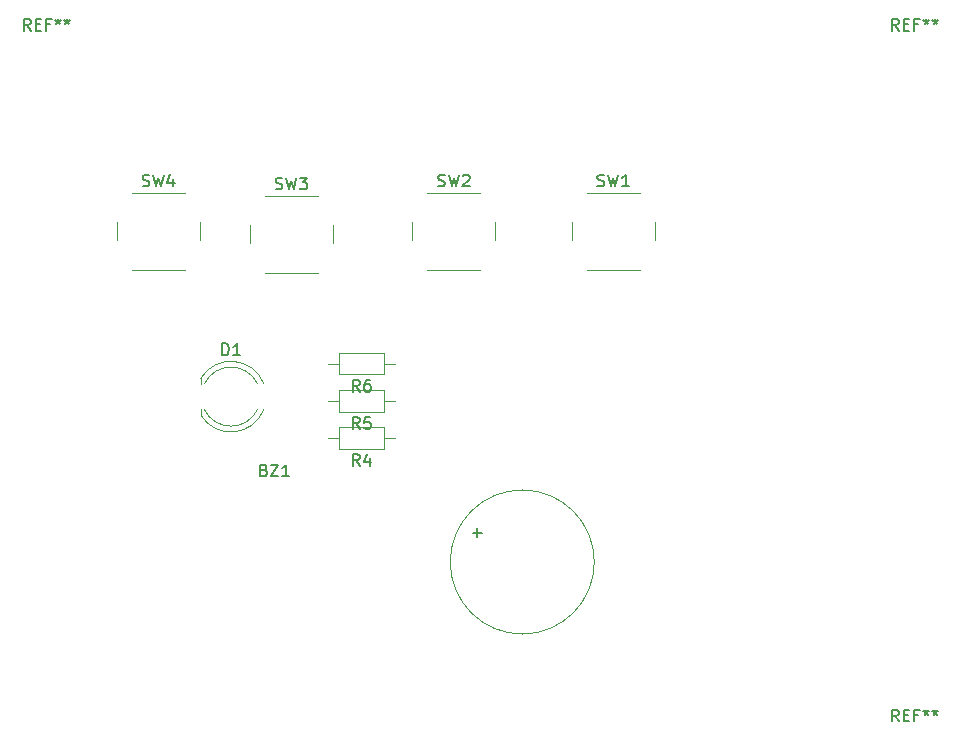
<source format=gbr>
%TF.GenerationSoftware,KiCad,Pcbnew,9.0.2*%
%TF.CreationDate,2025-07-07T10:10:20-04:00*%
%TF.ProjectId,jukebox,6a756b65-626f-4782-9e6b-696361645f70,rev?*%
%TF.SameCoordinates,Original*%
%TF.FileFunction,Legend,Top*%
%TF.FilePolarity,Positive*%
%FSLAX46Y46*%
G04 Gerber Fmt 4.6, Leading zero omitted, Abs format (unit mm)*
G04 Created by KiCad (PCBNEW 9.0.2) date 2025-07-07 10:10:20*
%MOMM*%
%LPD*%
G01*
G04 APERTURE LIST*
%ADD10C,0.150000*%
%ADD11C,0.120000*%
G04 APERTURE END LIST*
D10*
X116416667Y-47407200D02*
X116559524Y-47454819D01*
X116559524Y-47454819D02*
X116797619Y-47454819D01*
X116797619Y-47454819D02*
X116892857Y-47407200D01*
X116892857Y-47407200D02*
X116940476Y-47359580D01*
X116940476Y-47359580D02*
X116988095Y-47264342D01*
X116988095Y-47264342D02*
X116988095Y-47169104D01*
X116988095Y-47169104D02*
X116940476Y-47073866D01*
X116940476Y-47073866D02*
X116892857Y-47026247D01*
X116892857Y-47026247D02*
X116797619Y-46978628D01*
X116797619Y-46978628D02*
X116607143Y-46931009D01*
X116607143Y-46931009D02*
X116511905Y-46883390D01*
X116511905Y-46883390D02*
X116464286Y-46835771D01*
X116464286Y-46835771D02*
X116416667Y-46740533D01*
X116416667Y-46740533D02*
X116416667Y-46645295D01*
X116416667Y-46645295D02*
X116464286Y-46550057D01*
X116464286Y-46550057D02*
X116511905Y-46502438D01*
X116511905Y-46502438D02*
X116607143Y-46454819D01*
X116607143Y-46454819D02*
X116845238Y-46454819D01*
X116845238Y-46454819D02*
X116988095Y-46502438D01*
X117321429Y-46454819D02*
X117559524Y-47454819D01*
X117559524Y-47454819D02*
X117750000Y-46740533D01*
X117750000Y-46740533D02*
X117940476Y-47454819D01*
X117940476Y-47454819D02*
X118178572Y-46454819D01*
X118464286Y-46454819D02*
X119083333Y-46454819D01*
X119083333Y-46454819D02*
X118750000Y-46835771D01*
X118750000Y-46835771D02*
X118892857Y-46835771D01*
X118892857Y-46835771D02*
X118988095Y-46883390D01*
X118988095Y-46883390D02*
X119035714Y-46931009D01*
X119035714Y-46931009D02*
X119083333Y-47026247D01*
X119083333Y-47026247D02*
X119083333Y-47264342D01*
X119083333Y-47264342D02*
X119035714Y-47359580D01*
X119035714Y-47359580D02*
X118988095Y-47407200D01*
X118988095Y-47407200D02*
X118892857Y-47454819D01*
X118892857Y-47454819D02*
X118607143Y-47454819D01*
X118607143Y-47454819D02*
X118511905Y-47407200D01*
X118511905Y-47407200D02*
X118464286Y-47359580D01*
X130166667Y-47157200D02*
X130309524Y-47204819D01*
X130309524Y-47204819D02*
X130547619Y-47204819D01*
X130547619Y-47204819D02*
X130642857Y-47157200D01*
X130642857Y-47157200D02*
X130690476Y-47109580D01*
X130690476Y-47109580D02*
X130738095Y-47014342D01*
X130738095Y-47014342D02*
X130738095Y-46919104D01*
X130738095Y-46919104D02*
X130690476Y-46823866D01*
X130690476Y-46823866D02*
X130642857Y-46776247D01*
X130642857Y-46776247D02*
X130547619Y-46728628D01*
X130547619Y-46728628D02*
X130357143Y-46681009D01*
X130357143Y-46681009D02*
X130261905Y-46633390D01*
X130261905Y-46633390D02*
X130214286Y-46585771D01*
X130214286Y-46585771D02*
X130166667Y-46490533D01*
X130166667Y-46490533D02*
X130166667Y-46395295D01*
X130166667Y-46395295D02*
X130214286Y-46300057D01*
X130214286Y-46300057D02*
X130261905Y-46252438D01*
X130261905Y-46252438D02*
X130357143Y-46204819D01*
X130357143Y-46204819D02*
X130595238Y-46204819D01*
X130595238Y-46204819D02*
X130738095Y-46252438D01*
X131071429Y-46204819D02*
X131309524Y-47204819D01*
X131309524Y-47204819D02*
X131500000Y-46490533D01*
X131500000Y-46490533D02*
X131690476Y-47204819D01*
X131690476Y-47204819D02*
X131928572Y-46204819D01*
X132261905Y-46300057D02*
X132309524Y-46252438D01*
X132309524Y-46252438D02*
X132404762Y-46204819D01*
X132404762Y-46204819D02*
X132642857Y-46204819D01*
X132642857Y-46204819D02*
X132738095Y-46252438D01*
X132738095Y-46252438D02*
X132785714Y-46300057D01*
X132785714Y-46300057D02*
X132833333Y-46395295D01*
X132833333Y-46395295D02*
X132833333Y-46490533D01*
X132833333Y-46490533D02*
X132785714Y-46633390D01*
X132785714Y-46633390D02*
X132214286Y-47204819D01*
X132214286Y-47204819D02*
X132833333Y-47204819D01*
X105166667Y-47157200D02*
X105309524Y-47204819D01*
X105309524Y-47204819D02*
X105547619Y-47204819D01*
X105547619Y-47204819D02*
X105642857Y-47157200D01*
X105642857Y-47157200D02*
X105690476Y-47109580D01*
X105690476Y-47109580D02*
X105738095Y-47014342D01*
X105738095Y-47014342D02*
X105738095Y-46919104D01*
X105738095Y-46919104D02*
X105690476Y-46823866D01*
X105690476Y-46823866D02*
X105642857Y-46776247D01*
X105642857Y-46776247D02*
X105547619Y-46728628D01*
X105547619Y-46728628D02*
X105357143Y-46681009D01*
X105357143Y-46681009D02*
X105261905Y-46633390D01*
X105261905Y-46633390D02*
X105214286Y-46585771D01*
X105214286Y-46585771D02*
X105166667Y-46490533D01*
X105166667Y-46490533D02*
X105166667Y-46395295D01*
X105166667Y-46395295D02*
X105214286Y-46300057D01*
X105214286Y-46300057D02*
X105261905Y-46252438D01*
X105261905Y-46252438D02*
X105357143Y-46204819D01*
X105357143Y-46204819D02*
X105595238Y-46204819D01*
X105595238Y-46204819D02*
X105738095Y-46252438D01*
X106071429Y-46204819D02*
X106309524Y-47204819D01*
X106309524Y-47204819D02*
X106500000Y-46490533D01*
X106500000Y-46490533D02*
X106690476Y-47204819D01*
X106690476Y-47204819D02*
X106928572Y-46204819D01*
X107738095Y-46538152D02*
X107738095Y-47204819D01*
X107500000Y-46157200D02*
X107261905Y-46871485D01*
X107261905Y-46871485D02*
X107880952Y-46871485D01*
X123523333Y-70874819D02*
X123190000Y-70398628D01*
X122951905Y-70874819D02*
X122951905Y-69874819D01*
X122951905Y-69874819D02*
X123332857Y-69874819D01*
X123332857Y-69874819D02*
X123428095Y-69922438D01*
X123428095Y-69922438D02*
X123475714Y-69970057D01*
X123475714Y-69970057D02*
X123523333Y-70065295D01*
X123523333Y-70065295D02*
X123523333Y-70208152D01*
X123523333Y-70208152D02*
X123475714Y-70303390D01*
X123475714Y-70303390D02*
X123428095Y-70351009D01*
X123428095Y-70351009D02*
X123332857Y-70398628D01*
X123332857Y-70398628D02*
X122951905Y-70398628D01*
X124380476Y-70208152D02*
X124380476Y-70874819D01*
X124142381Y-69827200D02*
X123904286Y-70541485D01*
X123904286Y-70541485D02*
X124523333Y-70541485D01*
X123523333Y-64574819D02*
X123190000Y-64098628D01*
X122951905Y-64574819D02*
X122951905Y-63574819D01*
X122951905Y-63574819D02*
X123332857Y-63574819D01*
X123332857Y-63574819D02*
X123428095Y-63622438D01*
X123428095Y-63622438D02*
X123475714Y-63670057D01*
X123475714Y-63670057D02*
X123523333Y-63765295D01*
X123523333Y-63765295D02*
X123523333Y-63908152D01*
X123523333Y-63908152D02*
X123475714Y-64003390D01*
X123475714Y-64003390D02*
X123428095Y-64051009D01*
X123428095Y-64051009D02*
X123332857Y-64098628D01*
X123332857Y-64098628D02*
X122951905Y-64098628D01*
X124380476Y-63574819D02*
X124190000Y-63574819D01*
X124190000Y-63574819D02*
X124094762Y-63622438D01*
X124094762Y-63622438D02*
X124047143Y-63670057D01*
X124047143Y-63670057D02*
X123951905Y-63812914D01*
X123951905Y-63812914D02*
X123904286Y-64003390D01*
X123904286Y-64003390D02*
X123904286Y-64384342D01*
X123904286Y-64384342D02*
X123951905Y-64479580D01*
X123951905Y-64479580D02*
X123999524Y-64527200D01*
X123999524Y-64527200D02*
X124094762Y-64574819D01*
X124094762Y-64574819D02*
X124285238Y-64574819D01*
X124285238Y-64574819D02*
X124380476Y-64527200D01*
X124380476Y-64527200D02*
X124428095Y-64479580D01*
X124428095Y-64479580D02*
X124475714Y-64384342D01*
X124475714Y-64384342D02*
X124475714Y-64146247D01*
X124475714Y-64146247D02*
X124428095Y-64051009D01*
X124428095Y-64051009D02*
X124380476Y-64003390D01*
X124380476Y-64003390D02*
X124285238Y-63955771D01*
X124285238Y-63955771D02*
X124094762Y-63955771D01*
X124094762Y-63955771D02*
X123999524Y-64003390D01*
X123999524Y-64003390D02*
X123951905Y-64051009D01*
X123951905Y-64051009D02*
X123904286Y-64146247D01*
X123523333Y-67724819D02*
X123190000Y-67248628D01*
X122951905Y-67724819D02*
X122951905Y-66724819D01*
X122951905Y-66724819D02*
X123332857Y-66724819D01*
X123332857Y-66724819D02*
X123428095Y-66772438D01*
X123428095Y-66772438D02*
X123475714Y-66820057D01*
X123475714Y-66820057D02*
X123523333Y-66915295D01*
X123523333Y-66915295D02*
X123523333Y-67058152D01*
X123523333Y-67058152D02*
X123475714Y-67153390D01*
X123475714Y-67153390D02*
X123428095Y-67201009D01*
X123428095Y-67201009D02*
X123332857Y-67248628D01*
X123332857Y-67248628D02*
X122951905Y-67248628D01*
X124428095Y-66724819D02*
X123951905Y-66724819D01*
X123951905Y-66724819D02*
X123904286Y-67201009D01*
X123904286Y-67201009D02*
X123951905Y-67153390D01*
X123951905Y-67153390D02*
X124047143Y-67105771D01*
X124047143Y-67105771D02*
X124285238Y-67105771D01*
X124285238Y-67105771D02*
X124380476Y-67153390D01*
X124380476Y-67153390D02*
X124428095Y-67201009D01*
X124428095Y-67201009D02*
X124475714Y-67296247D01*
X124475714Y-67296247D02*
X124475714Y-67534342D01*
X124475714Y-67534342D02*
X124428095Y-67629580D01*
X124428095Y-67629580D02*
X124380476Y-67677200D01*
X124380476Y-67677200D02*
X124285238Y-67724819D01*
X124285238Y-67724819D02*
X124047143Y-67724819D01*
X124047143Y-67724819D02*
X123951905Y-67677200D01*
X123951905Y-67677200D02*
X123904286Y-67629580D01*
X169166666Y-92504819D02*
X168833333Y-92028628D01*
X168595238Y-92504819D02*
X168595238Y-91504819D01*
X168595238Y-91504819D02*
X168976190Y-91504819D01*
X168976190Y-91504819D02*
X169071428Y-91552438D01*
X169071428Y-91552438D02*
X169119047Y-91600057D01*
X169119047Y-91600057D02*
X169166666Y-91695295D01*
X169166666Y-91695295D02*
X169166666Y-91838152D01*
X169166666Y-91838152D02*
X169119047Y-91933390D01*
X169119047Y-91933390D02*
X169071428Y-91981009D01*
X169071428Y-91981009D02*
X168976190Y-92028628D01*
X168976190Y-92028628D02*
X168595238Y-92028628D01*
X169595238Y-91981009D02*
X169928571Y-91981009D01*
X170071428Y-92504819D02*
X169595238Y-92504819D01*
X169595238Y-92504819D02*
X169595238Y-91504819D01*
X169595238Y-91504819D02*
X170071428Y-91504819D01*
X170833333Y-91981009D02*
X170500000Y-91981009D01*
X170500000Y-92504819D02*
X170500000Y-91504819D01*
X170500000Y-91504819D02*
X170976190Y-91504819D01*
X171500000Y-91504819D02*
X171500000Y-91742914D01*
X171261905Y-91647676D02*
X171500000Y-91742914D01*
X171500000Y-91742914D02*
X171738095Y-91647676D01*
X171357143Y-91933390D02*
X171500000Y-91742914D01*
X171500000Y-91742914D02*
X171642857Y-91933390D01*
X172261905Y-91504819D02*
X172261905Y-91742914D01*
X172023810Y-91647676D02*
X172261905Y-91742914D01*
X172261905Y-91742914D02*
X172500000Y-91647676D01*
X172119048Y-91933390D02*
X172261905Y-91742914D01*
X172261905Y-91742914D02*
X172404762Y-91933390D01*
X95666666Y-34004819D02*
X95333333Y-33528628D01*
X95095238Y-34004819D02*
X95095238Y-33004819D01*
X95095238Y-33004819D02*
X95476190Y-33004819D01*
X95476190Y-33004819D02*
X95571428Y-33052438D01*
X95571428Y-33052438D02*
X95619047Y-33100057D01*
X95619047Y-33100057D02*
X95666666Y-33195295D01*
X95666666Y-33195295D02*
X95666666Y-33338152D01*
X95666666Y-33338152D02*
X95619047Y-33433390D01*
X95619047Y-33433390D02*
X95571428Y-33481009D01*
X95571428Y-33481009D02*
X95476190Y-33528628D01*
X95476190Y-33528628D02*
X95095238Y-33528628D01*
X96095238Y-33481009D02*
X96428571Y-33481009D01*
X96571428Y-34004819D02*
X96095238Y-34004819D01*
X96095238Y-34004819D02*
X96095238Y-33004819D01*
X96095238Y-33004819D02*
X96571428Y-33004819D01*
X97333333Y-33481009D02*
X97000000Y-33481009D01*
X97000000Y-34004819D02*
X97000000Y-33004819D01*
X97000000Y-33004819D02*
X97476190Y-33004819D01*
X98000000Y-33004819D02*
X98000000Y-33242914D01*
X97761905Y-33147676D02*
X98000000Y-33242914D01*
X98000000Y-33242914D02*
X98238095Y-33147676D01*
X97857143Y-33433390D02*
X98000000Y-33242914D01*
X98000000Y-33242914D02*
X98142857Y-33433390D01*
X98761905Y-33004819D02*
X98761905Y-33242914D01*
X98523810Y-33147676D02*
X98761905Y-33242914D01*
X98761905Y-33242914D02*
X99000000Y-33147676D01*
X98619048Y-33433390D02*
X98761905Y-33242914D01*
X98761905Y-33242914D02*
X98904762Y-33433390D01*
X115419047Y-71231009D02*
X115561904Y-71278628D01*
X115561904Y-71278628D02*
X115609523Y-71326247D01*
X115609523Y-71326247D02*
X115657142Y-71421485D01*
X115657142Y-71421485D02*
X115657142Y-71564342D01*
X115657142Y-71564342D02*
X115609523Y-71659580D01*
X115609523Y-71659580D02*
X115561904Y-71707200D01*
X115561904Y-71707200D02*
X115466666Y-71754819D01*
X115466666Y-71754819D02*
X115085714Y-71754819D01*
X115085714Y-71754819D02*
X115085714Y-70754819D01*
X115085714Y-70754819D02*
X115419047Y-70754819D01*
X115419047Y-70754819D02*
X115514285Y-70802438D01*
X115514285Y-70802438D02*
X115561904Y-70850057D01*
X115561904Y-70850057D02*
X115609523Y-70945295D01*
X115609523Y-70945295D02*
X115609523Y-71040533D01*
X115609523Y-71040533D02*
X115561904Y-71135771D01*
X115561904Y-71135771D02*
X115514285Y-71183390D01*
X115514285Y-71183390D02*
X115419047Y-71231009D01*
X115419047Y-71231009D02*
X115085714Y-71231009D01*
X115990476Y-70754819D02*
X116657142Y-70754819D01*
X116657142Y-70754819D02*
X115990476Y-71754819D01*
X115990476Y-71754819D02*
X116657142Y-71754819D01*
X117561904Y-71754819D02*
X116990476Y-71754819D01*
X117276190Y-71754819D02*
X117276190Y-70754819D01*
X117276190Y-70754819D02*
X117180952Y-70897676D01*
X117180952Y-70897676D02*
X117085714Y-70992914D01*
X117085714Y-70992914D02*
X116990476Y-71040533D01*
X133109048Y-76533866D02*
X133870953Y-76533866D01*
X133490000Y-76914819D02*
X133490000Y-76152914D01*
X143666667Y-47157200D02*
X143809524Y-47204819D01*
X143809524Y-47204819D02*
X144047619Y-47204819D01*
X144047619Y-47204819D02*
X144142857Y-47157200D01*
X144142857Y-47157200D02*
X144190476Y-47109580D01*
X144190476Y-47109580D02*
X144238095Y-47014342D01*
X144238095Y-47014342D02*
X144238095Y-46919104D01*
X144238095Y-46919104D02*
X144190476Y-46823866D01*
X144190476Y-46823866D02*
X144142857Y-46776247D01*
X144142857Y-46776247D02*
X144047619Y-46728628D01*
X144047619Y-46728628D02*
X143857143Y-46681009D01*
X143857143Y-46681009D02*
X143761905Y-46633390D01*
X143761905Y-46633390D02*
X143714286Y-46585771D01*
X143714286Y-46585771D02*
X143666667Y-46490533D01*
X143666667Y-46490533D02*
X143666667Y-46395295D01*
X143666667Y-46395295D02*
X143714286Y-46300057D01*
X143714286Y-46300057D02*
X143761905Y-46252438D01*
X143761905Y-46252438D02*
X143857143Y-46204819D01*
X143857143Y-46204819D02*
X144095238Y-46204819D01*
X144095238Y-46204819D02*
X144238095Y-46252438D01*
X144571429Y-46204819D02*
X144809524Y-47204819D01*
X144809524Y-47204819D02*
X145000000Y-46490533D01*
X145000000Y-46490533D02*
X145190476Y-47204819D01*
X145190476Y-47204819D02*
X145428572Y-46204819D01*
X146333333Y-47204819D02*
X145761905Y-47204819D01*
X146047619Y-47204819D02*
X146047619Y-46204819D01*
X146047619Y-46204819D02*
X145952381Y-46347676D01*
X145952381Y-46347676D02*
X145857143Y-46442914D01*
X145857143Y-46442914D02*
X145761905Y-46490533D01*
X111896905Y-61494819D02*
X111896905Y-60494819D01*
X111896905Y-60494819D02*
X112135000Y-60494819D01*
X112135000Y-60494819D02*
X112277857Y-60542438D01*
X112277857Y-60542438D02*
X112373095Y-60637676D01*
X112373095Y-60637676D02*
X112420714Y-60732914D01*
X112420714Y-60732914D02*
X112468333Y-60923390D01*
X112468333Y-60923390D02*
X112468333Y-61066247D01*
X112468333Y-61066247D02*
X112420714Y-61256723D01*
X112420714Y-61256723D02*
X112373095Y-61351961D01*
X112373095Y-61351961D02*
X112277857Y-61447200D01*
X112277857Y-61447200D02*
X112135000Y-61494819D01*
X112135000Y-61494819D02*
X111896905Y-61494819D01*
X113420714Y-61494819D02*
X112849286Y-61494819D01*
X113135000Y-61494819D02*
X113135000Y-60494819D01*
X113135000Y-60494819D02*
X113039762Y-60637676D01*
X113039762Y-60637676D02*
X112944524Y-60732914D01*
X112944524Y-60732914D02*
X112849286Y-60780533D01*
X169166666Y-34004819D02*
X168833333Y-33528628D01*
X168595238Y-34004819D02*
X168595238Y-33004819D01*
X168595238Y-33004819D02*
X168976190Y-33004819D01*
X168976190Y-33004819D02*
X169071428Y-33052438D01*
X169071428Y-33052438D02*
X169119047Y-33100057D01*
X169119047Y-33100057D02*
X169166666Y-33195295D01*
X169166666Y-33195295D02*
X169166666Y-33338152D01*
X169166666Y-33338152D02*
X169119047Y-33433390D01*
X169119047Y-33433390D02*
X169071428Y-33481009D01*
X169071428Y-33481009D02*
X168976190Y-33528628D01*
X168976190Y-33528628D02*
X168595238Y-33528628D01*
X169595238Y-33481009D02*
X169928571Y-33481009D01*
X170071428Y-34004819D02*
X169595238Y-34004819D01*
X169595238Y-34004819D02*
X169595238Y-33004819D01*
X169595238Y-33004819D02*
X170071428Y-33004819D01*
X170833333Y-33481009D02*
X170500000Y-33481009D01*
X170500000Y-34004819D02*
X170500000Y-33004819D01*
X170500000Y-33004819D02*
X170976190Y-33004819D01*
X171500000Y-33004819D02*
X171500000Y-33242914D01*
X171261905Y-33147676D02*
X171500000Y-33242914D01*
X171500000Y-33242914D02*
X171738095Y-33147676D01*
X171357143Y-33433390D02*
X171500000Y-33242914D01*
X171500000Y-33242914D02*
X171642857Y-33433390D01*
X172261905Y-33004819D02*
X172261905Y-33242914D01*
X172023810Y-33147676D02*
X172261905Y-33242914D01*
X172261905Y-33242914D02*
X172500000Y-33147676D01*
X172119048Y-33433390D02*
X172261905Y-33242914D01*
X172261905Y-33242914D02*
X172404762Y-33433390D01*
D11*
%TO.C,SW3*%
X114250000Y-50500000D02*
X114250000Y-52000000D01*
X115500000Y-54500000D02*
X120000000Y-54500000D01*
X120000000Y-48000000D02*
X115500000Y-48000000D01*
X121250000Y-52000000D02*
X121250000Y-50500000D01*
%TO.C,SW2*%
X128000000Y-50250000D02*
X128000000Y-51750000D01*
X129250000Y-54250000D02*
X133750000Y-54250000D01*
X133750000Y-47750000D02*
X129250000Y-47750000D01*
X135000000Y-51750000D02*
X135000000Y-50250000D01*
%TO.C,SW4*%
X103000000Y-50250000D02*
X103000000Y-51750000D01*
X104250000Y-54250000D02*
X108750000Y-54250000D01*
X108750000Y-47750000D02*
X104250000Y-47750000D01*
X110000000Y-51750000D02*
X110000000Y-50250000D01*
%TO.C,R4*%
X120820000Y-68500000D02*
X121770000Y-68500000D01*
X126560000Y-68500000D02*
X125610000Y-68500000D01*
X125610000Y-69420000D02*
X121770000Y-69420000D01*
X121770000Y-67580000D01*
X125610000Y-67580000D01*
X125610000Y-69420000D01*
%TO.C,R6*%
X120820000Y-62200000D02*
X121770000Y-62200000D01*
X126560000Y-62200000D02*
X125610000Y-62200000D01*
X125610000Y-63120000D02*
X121770000Y-63120000D01*
X121770000Y-61280000D01*
X125610000Y-61280000D01*
X125610000Y-63120000D01*
%TO.C,R5*%
X120820000Y-65350000D02*
X121770000Y-65350000D01*
X126560000Y-65350000D02*
X125610000Y-65350000D01*
X125610000Y-66270000D02*
X121770000Y-66270000D01*
X121770000Y-64430000D01*
X125610000Y-64430000D01*
X125610000Y-66270000D01*
%TO.C,BZ1*%
X143400000Y-79000000D02*
G75*
G02*
X131200000Y-79000000I-6100000J0D01*
G01*
X131200000Y-79000000D02*
G75*
G02*
X143400000Y-79000000I6100000J0D01*
G01*
%TO.C,SW1*%
X141500000Y-50250000D02*
X141500000Y-51750000D01*
X142750000Y-54250000D02*
X147250000Y-54250000D01*
X147250000Y-47750000D02*
X142750000Y-47750000D01*
X148500000Y-51750000D02*
X148500000Y-50250000D01*
%TO.C,D1*%
X110075000Y-63455000D02*
X110075000Y-63920000D01*
X110075000Y-66080000D02*
X110075000Y-66545000D01*
X110075000Y-63455170D02*
G75*
G02*
X115423136Y-63920000I2560000J-1544830D01*
G01*
X110380316Y-63920000D02*
G75*
G02*
X114889684Y-63920000I2254684J-1080000D01*
G01*
X114889684Y-66080000D02*
G75*
G02*
X110380316Y-66080000I-2254684J1080000D01*
G01*
X115423136Y-66080000D02*
G75*
G02*
X110075000Y-66544830I-2788136J1080000D01*
G01*
%TD*%
M02*

</source>
